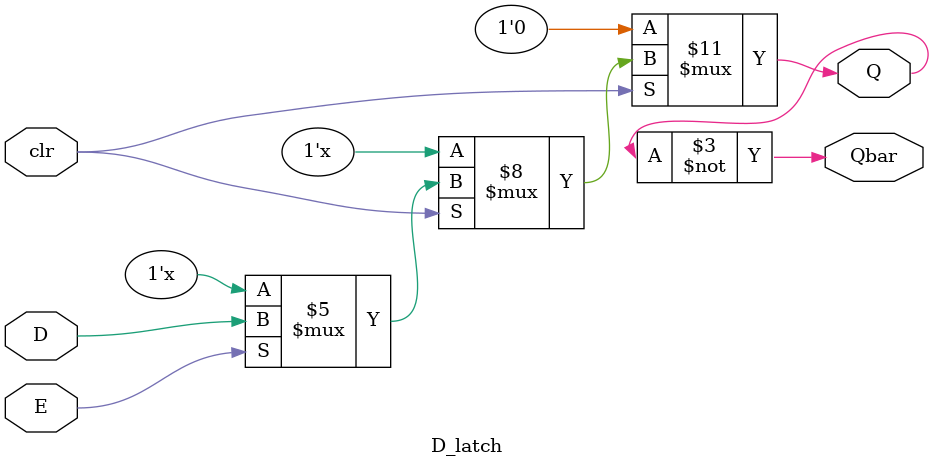
<source format=v>

/*tc will announce when the counter reaches its maximum value (111 in binary) 
when counting up or its minimum value (000 in binary) when counting down and will start a new process*/

module up_down_counter_3bit(clk, clrbar, Dir, q, qbar, tc); 
    input clk, clrbar, Dir;
    output wire [2:0] q, qbar;
    output wire tc;

    wire clr, dirbar;
    not(clrbar,clr);      // clr = active high clear
    not(dirbar,dir);       // Dir = 1 up, Dir = 0 down

    // Internal control signals
    wire j0, j1, j2;
    wire k0, k1, k2;

    // Bit 0 - toggle on every clk if clrbar active
    assign j0 = 1'b1;
    assign k0 = 1'b1;

    // Bit 1 - toggle when q[0] is 1 (up), or q[0] is 0 (down)
    //If dir =0 -> down and q0=0 => toggle
    //If dir =1 -> up and q0=1 => toggle
    //FF1
    wire q0_down, q0_up;
    assign q0_down = ~q[0] & dirbar;
    assign q0_up   = q[0] & Dir;
    assign j1 = (q0_up | q0_down) & clrbar;// clrbar =1 to enable counting
    assign k1 = j1; // Same condition

    // Bit 2 - toggle when q[1] & q[0] = 1 (up) or both are 0 (down)
    //FF2 will toogle when q1=q0=dir=1(UP) or q1=q0=dir=0(DOWN) and clrbar=1(NOT clear);
    wire q01_down, q01_up;
    assign q01_down = ~(q[1] | q[0]) & dirbar; // q1=0, q0=0
    assign q01_up   = q[1] & q[0] & Dir;
    assign j2 = (q01_up | q01_down) & clrbar;
    assign k2 = j2;

    // Instantiate 3 JK flip-flops
    JK_FF M0(.J(j0), .K(k0), .clk(clk), .clr(clr), .Q(q[0]), .Qbar(qbar[0]));
    JK_FF M1(.J(j1), .K(k1), .clk(clk), .clr(clr), .Q(q[1]), .Qbar(qbar[1]));
    JK_FF M2(.J(j2), .K(k2), .clk(clk), .clr(clr), .Q(q[2]), .Qbar(qbar[2]));

    // Terminal Count: tc = 111 when counting up, or 000 when counting down
    assign tc = (Dir && (q == 3'b111)) || (!Dir && (q == 3'b000));// tc=1 when counter reaches 111 in up mode or 000 in down mode
    endmodule
module JK_FF(J, K, clk, clr, Q, Qbar);
    input J, K, clk, clr;
    output reg Q, Qbar;

    wire D, Kb, s1, s2;

    not(Kb, K);
    and(s1, J, Qbar);
    and(s2, Kb, Q);
    or(D, s1, s2);

    D_FF_master_slave D1(.D(D), .clk(clk), .clr(clr), .Q(Q), .Qbar(Qbar));
    endmodule
module D_FF_master_slave(D, clk, clr, Q, Qbar);
    input D, clk, clr;
    output Q, Qbar; 
    wire clkb, Qm, Qmb; 
    not(clkb, clk);
    D_latch master(.D(D), .E(clkb), .clr(clr), .Q(Qm), .Qbar(Qmb));
    D_latch slave (.D(Qm), .E(clk),  .clr(clr), .Q(Q),  .Qbar(Qbar));
    endmodule
module D_latch(D, E, clr, Q, Qbar);
    input D, E, clr;
    output reg Q, Qbar;    
    always @(*) begin
        if (!clr)// clear =0 -> reset
            Q = 0;
        else 
            if (E)// clear =1 and Enable =1 
            Q = D; 
        Qbar = ~Q;
    end
    endmodule

</source>
